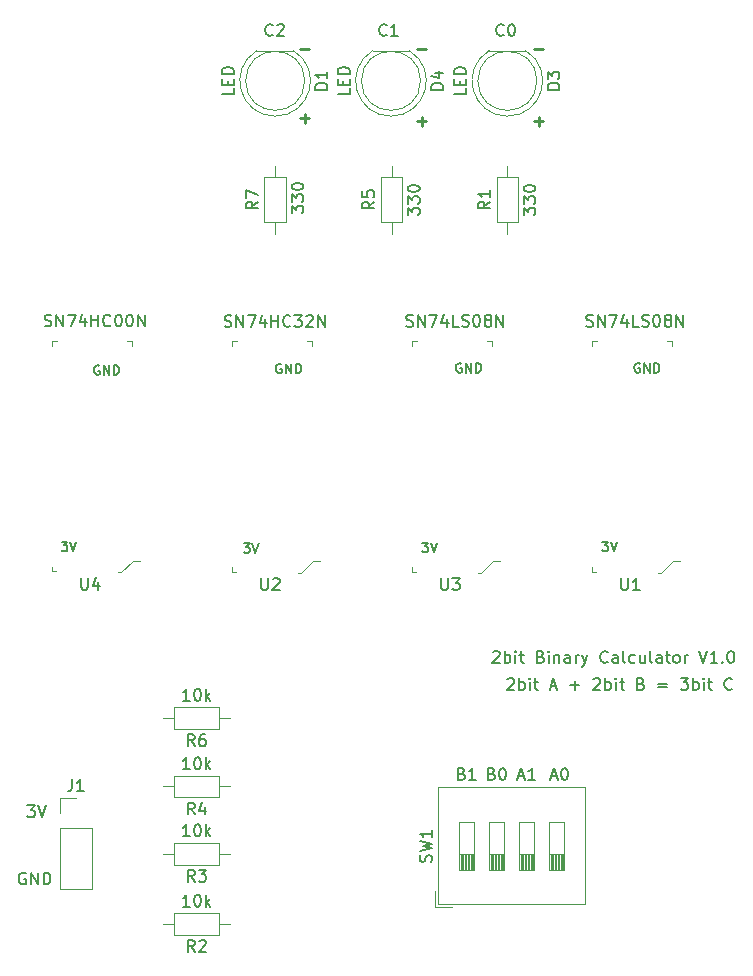
<source format=gto>
%TF.GenerationSoftware,KiCad,Pcbnew,(6.0.2)*%
%TF.CreationDate,2022-11-27T18:43:32-05:00*%
%TF.ProjectId,ECE436_Project,45434534-3336-45f5-9072-6f6a6563742e,rev?*%
%TF.SameCoordinates,Original*%
%TF.FileFunction,Legend,Top*%
%TF.FilePolarity,Positive*%
%FSLAX46Y46*%
G04 Gerber Fmt 4.6, Leading zero omitted, Abs format (unit mm)*
G04 Created by KiCad (PCBNEW (6.0.2)) date 2022-11-27 18:43:32*
%MOMM*%
%LPD*%
G01*
G04 APERTURE LIST*
%ADD10C,0.150000*%
%ADD11C,0.250000*%
%ADD12C,0.200000*%
%ADD13C,0.100000*%
%ADD14C,0.120000*%
G04 APERTURE END LIST*
D10*
X207772095Y-149588600D02*
X207676857Y-149540980D01*
X207534000Y-149540980D01*
X207391142Y-149588600D01*
X207295904Y-149683838D01*
X207248285Y-149779076D01*
X207200666Y-149969552D01*
X207200666Y-150112409D01*
X207248285Y-150302885D01*
X207295904Y-150398123D01*
X207391142Y-150493361D01*
X207534000Y-150540980D01*
X207629238Y-150540980D01*
X207772095Y-150493361D01*
X207819714Y-150445742D01*
X207819714Y-150112409D01*
X207629238Y-150112409D01*
X208248285Y-150540980D02*
X208248285Y-149540980D01*
X208819714Y-150540980D01*
X208819714Y-149540980D01*
X209295904Y-150540980D02*
X209295904Y-149540980D01*
X209534000Y-149540980D01*
X209676857Y-149588600D01*
X209772095Y-149683838D01*
X209819714Y-149779076D01*
X209867333Y-149969552D01*
X209867333Y-150112409D01*
X209819714Y-150302885D01*
X209772095Y-150398123D01*
X209676857Y-150493361D01*
X209534000Y-150540980D01*
X209295904Y-150540980D01*
X207924495Y-143851380D02*
X208543542Y-143851380D01*
X208210209Y-144232333D01*
X208353066Y-144232333D01*
X208448304Y-144279952D01*
X208495923Y-144327571D01*
X208543542Y-144422809D01*
X208543542Y-144660904D01*
X208495923Y-144756142D01*
X208448304Y-144803761D01*
X208353066Y-144851380D01*
X208067352Y-144851380D01*
X207972114Y-144803761D01*
X207924495Y-144756142D01*
X208829257Y-143851380D02*
X209162590Y-144851380D01*
X209495923Y-143851380D01*
X248564000Y-133151619D02*
X248611619Y-133104000D01*
X248706857Y-133056380D01*
X248944952Y-133056380D01*
X249040190Y-133104000D01*
X249087809Y-133151619D01*
X249135428Y-133246857D01*
X249135428Y-133342095D01*
X249087809Y-133484952D01*
X248516380Y-134056380D01*
X249135428Y-134056380D01*
X249564000Y-134056380D02*
X249564000Y-133056380D01*
X249564000Y-133437333D02*
X249659238Y-133389714D01*
X249849714Y-133389714D01*
X249944952Y-133437333D01*
X249992571Y-133484952D01*
X250040190Y-133580190D01*
X250040190Y-133865904D01*
X249992571Y-133961142D01*
X249944952Y-134008761D01*
X249849714Y-134056380D01*
X249659238Y-134056380D01*
X249564000Y-134008761D01*
X250468761Y-134056380D02*
X250468761Y-133389714D01*
X250468761Y-133056380D02*
X250421142Y-133104000D01*
X250468761Y-133151619D01*
X250516380Y-133104000D01*
X250468761Y-133056380D01*
X250468761Y-133151619D01*
X250802095Y-133389714D02*
X251183047Y-133389714D01*
X250944952Y-133056380D02*
X250944952Y-133913523D01*
X250992571Y-134008761D01*
X251087809Y-134056380D01*
X251183047Y-134056380D01*
X252230666Y-133770666D02*
X252706857Y-133770666D01*
X252135428Y-134056380D02*
X252468761Y-133056380D01*
X252802095Y-134056380D01*
X253897333Y-133675428D02*
X254659238Y-133675428D01*
X254278285Y-134056380D02*
X254278285Y-133294476D01*
X255849714Y-133151619D02*
X255897333Y-133104000D01*
X255992571Y-133056380D01*
X256230666Y-133056380D01*
X256325904Y-133104000D01*
X256373523Y-133151619D01*
X256421142Y-133246857D01*
X256421142Y-133342095D01*
X256373523Y-133484952D01*
X255802095Y-134056380D01*
X256421142Y-134056380D01*
X256849714Y-134056380D02*
X256849714Y-133056380D01*
X256849714Y-133437333D02*
X256944952Y-133389714D01*
X257135428Y-133389714D01*
X257230666Y-133437333D01*
X257278285Y-133484952D01*
X257325904Y-133580190D01*
X257325904Y-133865904D01*
X257278285Y-133961142D01*
X257230666Y-134008761D01*
X257135428Y-134056380D01*
X256944952Y-134056380D01*
X256849714Y-134008761D01*
X257754476Y-134056380D02*
X257754476Y-133389714D01*
X257754476Y-133056380D02*
X257706857Y-133104000D01*
X257754476Y-133151619D01*
X257802095Y-133104000D01*
X257754476Y-133056380D01*
X257754476Y-133151619D01*
X258087809Y-133389714D02*
X258468761Y-133389714D01*
X258230666Y-133056380D02*
X258230666Y-133913523D01*
X258278285Y-134008761D01*
X258373523Y-134056380D01*
X258468761Y-134056380D01*
X259897333Y-133532571D02*
X260040190Y-133580190D01*
X260087809Y-133627809D01*
X260135428Y-133723047D01*
X260135428Y-133865904D01*
X260087809Y-133961142D01*
X260040190Y-134008761D01*
X259944952Y-134056380D01*
X259564000Y-134056380D01*
X259564000Y-133056380D01*
X259897333Y-133056380D01*
X259992571Y-133104000D01*
X260040190Y-133151619D01*
X260087809Y-133246857D01*
X260087809Y-133342095D01*
X260040190Y-133437333D01*
X259992571Y-133484952D01*
X259897333Y-133532571D01*
X259564000Y-133532571D01*
X261325904Y-133532571D02*
X262087809Y-133532571D01*
X262087809Y-133818285D02*
X261325904Y-133818285D01*
X263230666Y-133056380D02*
X263849714Y-133056380D01*
X263516380Y-133437333D01*
X263659238Y-133437333D01*
X263754476Y-133484952D01*
X263802095Y-133532571D01*
X263849714Y-133627809D01*
X263849714Y-133865904D01*
X263802095Y-133961142D01*
X263754476Y-134008761D01*
X263659238Y-134056380D01*
X263373523Y-134056380D01*
X263278285Y-134008761D01*
X263230666Y-133961142D01*
X264278285Y-134056380D02*
X264278285Y-133056380D01*
X264278285Y-133437333D02*
X264373523Y-133389714D01*
X264564000Y-133389714D01*
X264659238Y-133437333D01*
X264706857Y-133484952D01*
X264754476Y-133580190D01*
X264754476Y-133865904D01*
X264706857Y-133961142D01*
X264659238Y-134008761D01*
X264564000Y-134056380D01*
X264373523Y-134056380D01*
X264278285Y-134008761D01*
X265183047Y-134056380D02*
X265183047Y-133389714D01*
X265183047Y-133056380D02*
X265135428Y-133104000D01*
X265183047Y-133151619D01*
X265230666Y-133104000D01*
X265183047Y-133056380D01*
X265183047Y-133151619D01*
X265516380Y-133389714D02*
X265897333Y-133389714D01*
X265659238Y-133056380D02*
X265659238Y-133913523D01*
X265706857Y-134008761D01*
X265802095Y-134056380D01*
X265897333Y-134056380D01*
X267564000Y-133961142D02*
X267516380Y-134008761D01*
X267373523Y-134056380D01*
X267278285Y-134056380D01*
X267135428Y-134008761D01*
X267040190Y-133913523D01*
X266992571Y-133818285D01*
X266944952Y-133627809D01*
X266944952Y-133484952D01*
X266992571Y-133294476D01*
X267040190Y-133199238D01*
X267135428Y-133104000D01*
X267278285Y-133056380D01*
X267373523Y-133056380D01*
X267516380Y-133104000D01*
X267564000Y-133151619D01*
X247341714Y-130865619D02*
X247389333Y-130818000D01*
X247484571Y-130770380D01*
X247722666Y-130770380D01*
X247817904Y-130818000D01*
X247865523Y-130865619D01*
X247913142Y-130960857D01*
X247913142Y-131056095D01*
X247865523Y-131198952D01*
X247294095Y-131770380D01*
X247913142Y-131770380D01*
X248341714Y-131770380D02*
X248341714Y-130770380D01*
X248341714Y-131151333D02*
X248436952Y-131103714D01*
X248627428Y-131103714D01*
X248722666Y-131151333D01*
X248770285Y-131198952D01*
X248817904Y-131294190D01*
X248817904Y-131579904D01*
X248770285Y-131675142D01*
X248722666Y-131722761D01*
X248627428Y-131770380D01*
X248436952Y-131770380D01*
X248341714Y-131722761D01*
X249246476Y-131770380D02*
X249246476Y-131103714D01*
X249246476Y-130770380D02*
X249198857Y-130818000D01*
X249246476Y-130865619D01*
X249294095Y-130818000D01*
X249246476Y-130770380D01*
X249246476Y-130865619D01*
X249579809Y-131103714D02*
X249960761Y-131103714D01*
X249722666Y-130770380D02*
X249722666Y-131627523D01*
X249770285Y-131722761D01*
X249865523Y-131770380D01*
X249960761Y-131770380D01*
X251389333Y-131246571D02*
X251532190Y-131294190D01*
X251579809Y-131341809D01*
X251627428Y-131437047D01*
X251627428Y-131579904D01*
X251579809Y-131675142D01*
X251532190Y-131722761D01*
X251436952Y-131770380D01*
X251056000Y-131770380D01*
X251056000Y-130770380D01*
X251389333Y-130770380D01*
X251484571Y-130818000D01*
X251532190Y-130865619D01*
X251579809Y-130960857D01*
X251579809Y-131056095D01*
X251532190Y-131151333D01*
X251484571Y-131198952D01*
X251389333Y-131246571D01*
X251056000Y-131246571D01*
X252056000Y-131770380D02*
X252056000Y-131103714D01*
X252056000Y-130770380D02*
X252008380Y-130818000D01*
X252056000Y-130865619D01*
X252103619Y-130818000D01*
X252056000Y-130770380D01*
X252056000Y-130865619D01*
X252532190Y-131103714D02*
X252532190Y-131770380D01*
X252532190Y-131198952D02*
X252579809Y-131151333D01*
X252675047Y-131103714D01*
X252817904Y-131103714D01*
X252913142Y-131151333D01*
X252960761Y-131246571D01*
X252960761Y-131770380D01*
X253865523Y-131770380D02*
X253865523Y-131246571D01*
X253817904Y-131151333D01*
X253722666Y-131103714D01*
X253532190Y-131103714D01*
X253436952Y-131151333D01*
X253865523Y-131722761D02*
X253770285Y-131770380D01*
X253532190Y-131770380D01*
X253436952Y-131722761D01*
X253389333Y-131627523D01*
X253389333Y-131532285D01*
X253436952Y-131437047D01*
X253532190Y-131389428D01*
X253770285Y-131389428D01*
X253865523Y-131341809D01*
X254341714Y-131770380D02*
X254341714Y-131103714D01*
X254341714Y-131294190D02*
X254389333Y-131198952D01*
X254436952Y-131151333D01*
X254532190Y-131103714D01*
X254627428Y-131103714D01*
X254865523Y-131103714D02*
X255103619Y-131770380D01*
X255341714Y-131103714D02*
X255103619Y-131770380D01*
X255008380Y-132008476D01*
X254960761Y-132056095D01*
X254865523Y-132103714D01*
X257056000Y-131675142D02*
X257008380Y-131722761D01*
X256865523Y-131770380D01*
X256770285Y-131770380D01*
X256627428Y-131722761D01*
X256532190Y-131627523D01*
X256484571Y-131532285D01*
X256436952Y-131341809D01*
X256436952Y-131198952D01*
X256484571Y-131008476D01*
X256532190Y-130913238D01*
X256627428Y-130818000D01*
X256770285Y-130770380D01*
X256865523Y-130770380D01*
X257008380Y-130818000D01*
X257056000Y-130865619D01*
X257913142Y-131770380D02*
X257913142Y-131246571D01*
X257865523Y-131151333D01*
X257770285Y-131103714D01*
X257579809Y-131103714D01*
X257484571Y-131151333D01*
X257913142Y-131722761D02*
X257817904Y-131770380D01*
X257579809Y-131770380D01*
X257484571Y-131722761D01*
X257436952Y-131627523D01*
X257436952Y-131532285D01*
X257484571Y-131437047D01*
X257579809Y-131389428D01*
X257817904Y-131389428D01*
X257913142Y-131341809D01*
X258532190Y-131770380D02*
X258436952Y-131722761D01*
X258389333Y-131627523D01*
X258389333Y-130770380D01*
X259341714Y-131722761D02*
X259246476Y-131770380D01*
X259056000Y-131770380D01*
X258960761Y-131722761D01*
X258913142Y-131675142D01*
X258865523Y-131579904D01*
X258865523Y-131294190D01*
X258913142Y-131198952D01*
X258960761Y-131151333D01*
X259056000Y-131103714D01*
X259246476Y-131103714D01*
X259341714Y-131151333D01*
X260198857Y-131103714D02*
X260198857Y-131770380D01*
X259770285Y-131103714D02*
X259770285Y-131627523D01*
X259817904Y-131722761D01*
X259913142Y-131770380D01*
X260056000Y-131770380D01*
X260151238Y-131722761D01*
X260198857Y-131675142D01*
X260817904Y-131770380D02*
X260722666Y-131722761D01*
X260675047Y-131627523D01*
X260675047Y-130770380D01*
X261627428Y-131770380D02*
X261627428Y-131246571D01*
X261579809Y-131151333D01*
X261484571Y-131103714D01*
X261294095Y-131103714D01*
X261198857Y-131151333D01*
X261627428Y-131722761D02*
X261532190Y-131770380D01*
X261294095Y-131770380D01*
X261198857Y-131722761D01*
X261151238Y-131627523D01*
X261151238Y-131532285D01*
X261198857Y-131437047D01*
X261294095Y-131389428D01*
X261532190Y-131389428D01*
X261627428Y-131341809D01*
X261960761Y-131103714D02*
X262341714Y-131103714D01*
X262103619Y-130770380D02*
X262103619Y-131627523D01*
X262151238Y-131722761D01*
X262246476Y-131770380D01*
X262341714Y-131770380D01*
X262817904Y-131770380D02*
X262722666Y-131722761D01*
X262675047Y-131675142D01*
X262627428Y-131579904D01*
X262627428Y-131294190D01*
X262675047Y-131198952D01*
X262722666Y-131151333D01*
X262817904Y-131103714D01*
X262960761Y-131103714D01*
X263056000Y-131151333D01*
X263103619Y-131198952D01*
X263151238Y-131294190D01*
X263151238Y-131579904D01*
X263103619Y-131675142D01*
X263056000Y-131722761D01*
X262960761Y-131770380D01*
X262817904Y-131770380D01*
X263579809Y-131770380D02*
X263579809Y-131103714D01*
X263579809Y-131294190D02*
X263627428Y-131198952D01*
X263675047Y-131151333D01*
X263770285Y-131103714D01*
X263865523Y-131103714D01*
X264817904Y-130770380D02*
X265151238Y-131770380D01*
X265484571Y-130770380D01*
X266341714Y-131770380D02*
X265770285Y-131770380D01*
X266056000Y-131770380D02*
X266056000Y-130770380D01*
X265960761Y-130913238D01*
X265865523Y-131008476D01*
X265770285Y-131056095D01*
X266770285Y-131675142D02*
X266817904Y-131722761D01*
X266770285Y-131770380D01*
X266722666Y-131722761D01*
X266770285Y-131675142D01*
X266770285Y-131770380D01*
X267436952Y-130770380D02*
X267532190Y-130770380D01*
X267627428Y-130818000D01*
X267675047Y-130865619D01*
X267722666Y-130960857D01*
X267770285Y-131151333D01*
X267770285Y-131389428D01*
X267722666Y-131579904D01*
X267675047Y-131675142D01*
X267627428Y-131722761D01*
X267532190Y-131770380D01*
X267436952Y-131770380D01*
X267341714Y-131722761D01*
X267294095Y-131675142D01*
X267246476Y-131579904D01*
X267198857Y-131389428D01*
X267198857Y-131151333D01*
X267246476Y-130960857D01*
X267294095Y-130865619D01*
X267341714Y-130818000D01*
X267436952Y-130770380D01*
X248245333Y-78589142D02*
X248197714Y-78636761D01*
X248054857Y-78684380D01*
X247959619Y-78684380D01*
X247816761Y-78636761D01*
X247721523Y-78541523D01*
X247673904Y-78446285D01*
X247626285Y-78255809D01*
X247626285Y-78112952D01*
X247673904Y-77922476D01*
X247721523Y-77827238D01*
X247816761Y-77732000D01*
X247959619Y-77684380D01*
X248054857Y-77684380D01*
X248197714Y-77732000D01*
X248245333Y-77779619D01*
X248864380Y-77684380D02*
X248959619Y-77684380D01*
X249054857Y-77732000D01*
X249102476Y-77779619D01*
X249150095Y-77874857D01*
X249197714Y-78065333D01*
X249197714Y-78303428D01*
X249150095Y-78493904D01*
X249102476Y-78589142D01*
X249054857Y-78636761D01*
X248959619Y-78684380D01*
X248864380Y-78684380D01*
X248769142Y-78636761D01*
X248721523Y-78589142D01*
X248673904Y-78493904D01*
X248626285Y-78303428D01*
X248626285Y-78065333D01*
X248673904Y-77874857D01*
X248721523Y-77779619D01*
X248769142Y-77732000D01*
X248864380Y-77684380D01*
X238339333Y-78589142D02*
X238291714Y-78636761D01*
X238148857Y-78684380D01*
X238053619Y-78684380D01*
X237910761Y-78636761D01*
X237815523Y-78541523D01*
X237767904Y-78446285D01*
X237720285Y-78255809D01*
X237720285Y-78112952D01*
X237767904Y-77922476D01*
X237815523Y-77827238D01*
X237910761Y-77732000D01*
X238053619Y-77684380D01*
X238148857Y-77684380D01*
X238291714Y-77732000D01*
X238339333Y-77779619D01*
X239291714Y-78684380D02*
X238720285Y-78684380D01*
X239006000Y-78684380D02*
X239006000Y-77684380D01*
X238910761Y-77827238D01*
X238815523Y-77922476D01*
X238720285Y-77970095D01*
X228687333Y-78589142D02*
X228639714Y-78636761D01*
X228496857Y-78684380D01*
X228401619Y-78684380D01*
X228258761Y-78636761D01*
X228163523Y-78541523D01*
X228115904Y-78446285D01*
X228068285Y-78255809D01*
X228068285Y-78112952D01*
X228115904Y-77922476D01*
X228163523Y-77827238D01*
X228258761Y-77732000D01*
X228401619Y-77684380D01*
X228496857Y-77684380D01*
X228639714Y-77732000D01*
X228687333Y-77779619D01*
X229068285Y-77779619D02*
X229115904Y-77732000D01*
X229211142Y-77684380D01*
X229449238Y-77684380D01*
X229544476Y-77732000D01*
X229592095Y-77779619D01*
X229639714Y-77874857D01*
X229639714Y-77970095D01*
X229592095Y-78112952D01*
X229020666Y-78684380D01*
X229639714Y-78684380D01*
X244705238Y-141152571D02*
X244848095Y-141200190D01*
X244895714Y-141247809D01*
X244943333Y-141343047D01*
X244943333Y-141485904D01*
X244895714Y-141581142D01*
X244848095Y-141628761D01*
X244752857Y-141676380D01*
X244371904Y-141676380D01*
X244371904Y-140676380D01*
X244705238Y-140676380D01*
X244800476Y-140724000D01*
X244848095Y-140771619D01*
X244895714Y-140866857D01*
X244895714Y-140962095D01*
X244848095Y-141057333D01*
X244800476Y-141104952D01*
X244705238Y-141152571D01*
X244371904Y-141152571D01*
X245895714Y-141676380D02*
X245324285Y-141676380D01*
X245610000Y-141676380D02*
X245610000Y-140676380D01*
X245514761Y-140819238D01*
X245419523Y-140914476D01*
X245324285Y-140962095D01*
X247245238Y-141152571D02*
X247388095Y-141200190D01*
X247435714Y-141247809D01*
X247483333Y-141343047D01*
X247483333Y-141485904D01*
X247435714Y-141581142D01*
X247388095Y-141628761D01*
X247292857Y-141676380D01*
X246911904Y-141676380D01*
X246911904Y-140676380D01*
X247245238Y-140676380D01*
X247340476Y-140724000D01*
X247388095Y-140771619D01*
X247435714Y-140866857D01*
X247435714Y-140962095D01*
X247388095Y-141057333D01*
X247340476Y-141104952D01*
X247245238Y-141152571D01*
X246911904Y-141152571D01*
X248102380Y-140676380D02*
X248197619Y-140676380D01*
X248292857Y-140724000D01*
X248340476Y-140771619D01*
X248388095Y-140866857D01*
X248435714Y-141057333D01*
X248435714Y-141295428D01*
X248388095Y-141485904D01*
X248340476Y-141581142D01*
X248292857Y-141628761D01*
X248197619Y-141676380D01*
X248102380Y-141676380D01*
X248007142Y-141628761D01*
X247959523Y-141581142D01*
X247911904Y-141485904D01*
X247864285Y-141295428D01*
X247864285Y-141057333D01*
X247911904Y-140866857D01*
X247959523Y-140771619D01*
X248007142Y-140724000D01*
X248102380Y-140676380D01*
X249475714Y-141390666D02*
X249951904Y-141390666D01*
X249380476Y-141676380D02*
X249713809Y-140676380D01*
X250047142Y-141676380D01*
X250904285Y-141676380D02*
X250332857Y-141676380D01*
X250618571Y-141676380D02*
X250618571Y-140676380D01*
X250523333Y-140819238D01*
X250428095Y-140914476D01*
X250332857Y-140962095D01*
X252269714Y-141390666D02*
X252745904Y-141390666D01*
X252174476Y-141676380D02*
X252507809Y-140676380D01*
X252841142Y-141676380D01*
X253364952Y-140676380D02*
X253460190Y-140676380D01*
X253555428Y-140724000D01*
X253603047Y-140771619D01*
X253650666Y-140866857D01*
X253698285Y-141057333D01*
X253698285Y-141295428D01*
X253650666Y-141485904D01*
X253603047Y-141581142D01*
X253555428Y-141628761D01*
X253460190Y-141676380D01*
X253364952Y-141676380D01*
X253269714Y-141628761D01*
X253222095Y-141581142D01*
X253174476Y-141485904D01*
X253126857Y-141295428D01*
X253126857Y-141057333D01*
X253174476Y-140866857D01*
X253222095Y-140771619D01*
X253269714Y-140724000D01*
X253364952Y-140676380D01*
D11*
X251586952Y-79827428D02*
X250825047Y-79827428D01*
X241680952Y-79827428D02*
X240919047Y-79827428D01*
X231774952Y-79827428D02*
X231013047Y-79827428D01*
X251586952Y-85923428D02*
X250825047Y-85923428D01*
X251206000Y-86304380D02*
X251206000Y-85542476D01*
X241680952Y-85923428D02*
X240919047Y-85923428D01*
X241300000Y-86304380D02*
X241300000Y-85542476D01*
X231774952Y-85669428D02*
X231013047Y-85669428D01*
X231394000Y-86050380D02*
X231394000Y-85288476D01*
D12*
X259765876Y-106432400D02*
X259689685Y-106394304D01*
X259575400Y-106394304D01*
X259461114Y-106432400D01*
X259384923Y-106508590D01*
X259346828Y-106584780D01*
X259308733Y-106737161D01*
X259308733Y-106851447D01*
X259346828Y-107003828D01*
X259384923Y-107080019D01*
X259461114Y-107156209D01*
X259575400Y-107194304D01*
X259651590Y-107194304D01*
X259765876Y-107156209D01*
X259803971Y-107118114D01*
X259803971Y-106851447D01*
X259651590Y-106851447D01*
X260146828Y-107194304D02*
X260146828Y-106394304D01*
X260603971Y-107194304D01*
X260603971Y-106394304D01*
X260984923Y-107194304D02*
X260984923Y-106394304D01*
X261175400Y-106394304D01*
X261289685Y-106432400D01*
X261365876Y-106508590D01*
X261403971Y-106584780D01*
X261442066Y-106737161D01*
X261442066Y-106851447D01*
X261403971Y-107003828D01*
X261365876Y-107080019D01*
X261289685Y-107156209D01*
X261175400Y-107194304D01*
X260984923Y-107194304D01*
X244652876Y-106432400D02*
X244576685Y-106394304D01*
X244462400Y-106394304D01*
X244348114Y-106432400D01*
X244271923Y-106508590D01*
X244233828Y-106584780D01*
X244195733Y-106737161D01*
X244195733Y-106851447D01*
X244233828Y-107003828D01*
X244271923Y-107080019D01*
X244348114Y-107156209D01*
X244462400Y-107194304D01*
X244538590Y-107194304D01*
X244652876Y-107156209D01*
X244690971Y-107118114D01*
X244690971Y-106851447D01*
X244538590Y-106851447D01*
X245033828Y-107194304D02*
X245033828Y-106394304D01*
X245490971Y-107194304D01*
X245490971Y-106394304D01*
X245871923Y-107194304D02*
X245871923Y-106394304D01*
X246062400Y-106394304D01*
X246176685Y-106432400D01*
X246252876Y-106508590D01*
X246290971Y-106584780D01*
X246329066Y-106737161D01*
X246329066Y-106851447D01*
X246290971Y-107003828D01*
X246252876Y-107080019D01*
X246176685Y-107156209D01*
X246062400Y-107194304D01*
X245871923Y-107194304D01*
X229412876Y-106483200D02*
X229336685Y-106445104D01*
X229222400Y-106445104D01*
X229108114Y-106483200D01*
X229031923Y-106559390D01*
X228993828Y-106635580D01*
X228955733Y-106787961D01*
X228955733Y-106902247D01*
X228993828Y-107054628D01*
X229031923Y-107130819D01*
X229108114Y-107207009D01*
X229222400Y-107245104D01*
X229298590Y-107245104D01*
X229412876Y-107207009D01*
X229450971Y-107168914D01*
X229450971Y-106902247D01*
X229298590Y-106902247D01*
X229793828Y-107245104D02*
X229793828Y-106445104D01*
X230250971Y-107245104D01*
X230250971Y-106445104D01*
X230631923Y-107245104D02*
X230631923Y-106445104D01*
X230822400Y-106445104D01*
X230936685Y-106483200D01*
X231012876Y-106559390D01*
X231050971Y-106635580D01*
X231089066Y-106787961D01*
X231089066Y-106902247D01*
X231050971Y-107054628D01*
X231012876Y-107130819D01*
X230936685Y-107207009D01*
X230822400Y-107245104D01*
X230631923Y-107245104D01*
X214020476Y-106610200D02*
X213944285Y-106572104D01*
X213830000Y-106572104D01*
X213715714Y-106610200D01*
X213639523Y-106686390D01*
X213601428Y-106762580D01*
X213563333Y-106914961D01*
X213563333Y-107029247D01*
X213601428Y-107181628D01*
X213639523Y-107257819D01*
X213715714Y-107334009D01*
X213830000Y-107372104D01*
X213906190Y-107372104D01*
X214020476Y-107334009D01*
X214058571Y-107295914D01*
X214058571Y-107029247D01*
X213906190Y-107029247D01*
X214401428Y-107372104D02*
X214401428Y-106572104D01*
X214858571Y-107372104D01*
X214858571Y-106572104D01*
X215239523Y-107372104D02*
X215239523Y-106572104D01*
X215430000Y-106572104D01*
X215544285Y-106610200D01*
X215620476Y-106686390D01*
X215658571Y-106762580D01*
X215696666Y-106914961D01*
X215696666Y-107029247D01*
X215658571Y-107181628D01*
X215620476Y-107257819D01*
X215544285Y-107334009D01*
X215430000Y-107372104D01*
X215239523Y-107372104D01*
X256590876Y-121507304D02*
X257086114Y-121507304D01*
X256819447Y-121812066D01*
X256933733Y-121812066D01*
X257009923Y-121850161D01*
X257048019Y-121888257D01*
X257086114Y-121964447D01*
X257086114Y-122154923D01*
X257048019Y-122231114D01*
X257009923Y-122269209D01*
X256933733Y-122307304D01*
X256705161Y-122307304D01*
X256628971Y-122269209D01*
X256590876Y-122231114D01*
X257314685Y-121507304D02*
X257581352Y-122307304D01*
X257848019Y-121507304D01*
X241376276Y-121608904D02*
X241871514Y-121608904D01*
X241604847Y-121913666D01*
X241719133Y-121913666D01*
X241795323Y-121951761D01*
X241833419Y-121989857D01*
X241871514Y-122066047D01*
X241871514Y-122256523D01*
X241833419Y-122332714D01*
X241795323Y-122370809D01*
X241719133Y-122408904D01*
X241490561Y-122408904D01*
X241414371Y-122370809D01*
X241376276Y-122332714D01*
X242100085Y-121608904D02*
X242366752Y-122408904D01*
X242633419Y-121608904D01*
X226237876Y-121634304D02*
X226733114Y-121634304D01*
X226466447Y-121939066D01*
X226580733Y-121939066D01*
X226656923Y-121977161D01*
X226695019Y-122015257D01*
X226733114Y-122091447D01*
X226733114Y-122281923D01*
X226695019Y-122358114D01*
X226656923Y-122396209D01*
X226580733Y-122434304D01*
X226352161Y-122434304D01*
X226275971Y-122396209D01*
X226237876Y-122358114D01*
X226961685Y-121634304D02*
X227228352Y-122434304D01*
X227495019Y-121634304D01*
X210820076Y-121532704D02*
X211315314Y-121532704D01*
X211048647Y-121837466D01*
X211162933Y-121837466D01*
X211239123Y-121875561D01*
X211277219Y-121913657D01*
X211315314Y-121989847D01*
X211315314Y-122180323D01*
X211277219Y-122256514D01*
X211239123Y-122294609D01*
X211162933Y-122332704D01*
X210934361Y-122332704D01*
X210858171Y-122294609D01*
X210820076Y-122256514D01*
X211543885Y-121532704D02*
X211810552Y-122332704D01*
X212077219Y-121532704D01*
D10*
%TO.C,U1*%
X258188095Y-124602380D02*
X258188095Y-125411904D01*
X258235714Y-125507142D01*
X258283333Y-125554761D01*
X258378571Y-125602380D01*
X258569047Y-125602380D01*
X258664285Y-125554761D01*
X258711904Y-125507142D01*
X258759523Y-125411904D01*
X258759523Y-124602380D01*
X259759523Y-125602380D02*
X259188095Y-125602380D01*
X259473809Y-125602380D02*
X259473809Y-124602380D01*
X259378571Y-124745238D01*
X259283333Y-124840476D01*
X259188095Y-124888095D01*
X255250952Y-103264761D02*
X255393809Y-103312380D01*
X255631904Y-103312380D01*
X255727142Y-103264761D01*
X255774761Y-103217142D01*
X255822380Y-103121904D01*
X255822380Y-103026666D01*
X255774761Y-102931428D01*
X255727142Y-102883809D01*
X255631904Y-102836190D01*
X255441428Y-102788571D01*
X255346190Y-102740952D01*
X255298571Y-102693333D01*
X255250952Y-102598095D01*
X255250952Y-102502857D01*
X255298571Y-102407619D01*
X255346190Y-102360000D01*
X255441428Y-102312380D01*
X255679523Y-102312380D01*
X255822380Y-102360000D01*
X256250952Y-103312380D02*
X256250952Y-102312380D01*
X256822380Y-103312380D01*
X256822380Y-102312380D01*
X257203333Y-102312380D02*
X257870000Y-102312380D01*
X257441428Y-103312380D01*
X258679523Y-102645714D02*
X258679523Y-103312380D01*
X258441428Y-102264761D02*
X258203333Y-102979047D01*
X258822380Y-102979047D01*
X259679523Y-103312380D02*
X259203333Y-103312380D01*
X259203333Y-102312380D01*
X259965238Y-103264761D02*
X260108095Y-103312380D01*
X260346190Y-103312380D01*
X260441428Y-103264761D01*
X260489047Y-103217142D01*
X260536666Y-103121904D01*
X260536666Y-103026666D01*
X260489047Y-102931428D01*
X260441428Y-102883809D01*
X260346190Y-102836190D01*
X260155714Y-102788571D01*
X260060476Y-102740952D01*
X260012857Y-102693333D01*
X259965238Y-102598095D01*
X259965238Y-102502857D01*
X260012857Y-102407619D01*
X260060476Y-102360000D01*
X260155714Y-102312380D01*
X260393809Y-102312380D01*
X260536666Y-102360000D01*
X261155714Y-102312380D02*
X261250952Y-102312380D01*
X261346190Y-102360000D01*
X261393809Y-102407619D01*
X261441428Y-102502857D01*
X261489047Y-102693333D01*
X261489047Y-102931428D01*
X261441428Y-103121904D01*
X261393809Y-103217142D01*
X261346190Y-103264761D01*
X261250952Y-103312380D01*
X261155714Y-103312380D01*
X261060476Y-103264761D01*
X261012857Y-103217142D01*
X260965238Y-103121904D01*
X260917619Y-102931428D01*
X260917619Y-102693333D01*
X260965238Y-102502857D01*
X261012857Y-102407619D01*
X261060476Y-102360000D01*
X261155714Y-102312380D01*
X262060476Y-102740952D02*
X261965238Y-102693333D01*
X261917619Y-102645714D01*
X261870000Y-102550476D01*
X261870000Y-102502857D01*
X261917619Y-102407619D01*
X261965238Y-102360000D01*
X262060476Y-102312380D01*
X262250952Y-102312380D01*
X262346190Y-102360000D01*
X262393809Y-102407619D01*
X262441428Y-102502857D01*
X262441428Y-102550476D01*
X262393809Y-102645714D01*
X262346190Y-102693333D01*
X262250952Y-102740952D01*
X262060476Y-102740952D01*
X261965238Y-102788571D01*
X261917619Y-102836190D01*
X261870000Y-102931428D01*
X261870000Y-103121904D01*
X261917619Y-103217142D01*
X261965238Y-103264761D01*
X262060476Y-103312380D01*
X262250952Y-103312380D01*
X262346190Y-103264761D01*
X262393809Y-103217142D01*
X262441428Y-103121904D01*
X262441428Y-102931428D01*
X262393809Y-102836190D01*
X262346190Y-102788571D01*
X262250952Y-102740952D01*
X262870000Y-103312380D02*
X262870000Y-102312380D01*
X263441428Y-103312380D01*
X263441428Y-102312380D01*
%TO.C,U2*%
X227708095Y-124602380D02*
X227708095Y-125411904D01*
X227755714Y-125507142D01*
X227803333Y-125554761D01*
X227898571Y-125602380D01*
X228089047Y-125602380D01*
X228184285Y-125554761D01*
X228231904Y-125507142D01*
X228279523Y-125411904D01*
X228279523Y-124602380D01*
X228708095Y-124697619D02*
X228755714Y-124650000D01*
X228850952Y-124602380D01*
X229089047Y-124602380D01*
X229184285Y-124650000D01*
X229231904Y-124697619D01*
X229279523Y-124792857D01*
X229279523Y-124888095D01*
X229231904Y-125030952D01*
X228660476Y-125602380D01*
X229279523Y-125602380D01*
X224628095Y-103294761D02*
X224770952Y-103342380D01*
X225009047Y-103342380D01*
X225104285Y-103294761D01*
X225151904Y-103247142D01*
X225199523Y-103151904D01*
X225199523Y-103056666D01*
X225151904Y-102961428D01*
X225104285Y-102913809D01*
X225009047Y-102866190D01*
X224818571Y-102818571D01*
X224723333Y-102770952D01*
X224675714Y-102723333D01*
X224628095Y-102628095D01*
X224628095Y-102532857D01*
X224675714Y-102437619D01*
X224723333Y-102390000D01*
X224818571Y-102342380D01*
X225056666Y-102342380D01*
X225199523Y-102390000D01*
X225628095Y-103342380D02*
X225628095Y-102342380D01*
X226199523Y-103342380D01*
X226199523Y-102342380D01*
X226580476Y-102342380D02*
X227247142Y-102342380D01*
X226818571Y-103342380D01*
X228056666Y-102675714D02*
X228056666Y-103342380D01*
X227818571Y-102294761D02*
X227580476Y-103009047D01*
X228199523Y-103009047D01*
X228580476Y-103342380D02*
X228580476Y-102342380D01*
X228580476Y-102818571D02*
X229151904Y-102818571D01*
X229151904Y-103342380D02*
X229151904Y-102342380D01*
X230199523Y-103247142D02*
X230151904Y-103294761D01*
X230009047Y-103342380D01*
X229913809Y-103342380D01*
X229770952Y-103294761D01*
X229675714Y-103199523D01*
X229628095Y-103104285D01*
X229580476Y-102913809D01*
X229580476Y-102770952D01*
X229628095Y-102580476D01*
X229675714Y-102485238D01*
X229770952Y-102390000D01*
X229913809Y-102342380D01*
X230009047Y-102342380D01*
X230151904Y-102390000D01*
X230199523Y-102437619D01*
X230532857Y-102342380D02*
X231151904Y-102342380D01*
X230818571Y-102723333D01*
X230961428Y-102723333D01*
X231056666Y-102770952D01*
X231104285Y-102818571D01*
X231151904Y-102913809D01*
X231151904Y-103151904D01*
X231104285Y-103247142D01*
X231056666Y-103294761D01*
X230961428Y-103342380D01*
X230675714Y-103342380D01*
X230580476Y-103294761D01*
X230532857Y-103247142D01*
X231532857Y-102437619D02*
X231580476Y-102390000D01*
X231675714Y-102342380D01*
X231913809Y-102342380D01*
X232009047Y-102390000D01*
X232056666Y-102437619D01*
X232104285Y-102532857D01*
X232104285Y-102628095D01*
X232056666Y-102770952D01*
X231485238Y-103342380D01*
X232104285Y-103342380D01*
X232532857Y-103342380D02*
X232532857Y-102342380D01*
X233104285Y-103342380D01*
X233104285Y-102342380D01*
%TO.C,U4*%
X212468095Y-124572380D02*
X212468095Y-125381904D01*
X212515714Y-125477142D01*
X212563333Y-125524761D01*
X212658571Y-125572380D01*
X212849047Y-125572380D01*
X212944285Y-125524761D01*
X212991904Y-125477142D01*
X213039523Y-125381904D01*
X213039523Y-124572380D01*
X213944285Y-124905714D02*
X213944285Y-125572380D01*
X213706190Y-124524761D02*
X213468095Y-125239047D01*
X214087142Y-125239047D01*
X209388095Y-103234761D02*
X209530952Y-103282380D01*
X209769047Y-103282380D01*
X209864285Y-103234761D01*
X209911904Y-103187142D01*
X209959523Y-103091904D01*
X209959523Y-102996666D01*
X209911904Y-102901428D01*
X209864285Y-102853809D01*
X209769047Y-102806190D01*
X209578571Y-102758571D01*
X209483333Y-102710952D01*
X209435714Y-102663333D01*
X209388095Y-102568095D01*
X209388095Y-102472857D01*
X209435714Y-102377619D01*
X209483333Y-102330000D01*
X209578571Y-102282380D01*
X209816666Y-102282380D01*
X209959523Y-102330000D01*
X210388095Y-103282380D02*
X210388095Y-102282380D01*
X210959523Y-103282380D01*
X210959523Y-102282380D01*
X211340476Y-102282380D02*
X212007142Y-102282380D01*
X211578571Y-103282380D01*
X212816666Y-102615714D02*
X212816666Y-103282380D01*
X212578571Y-102234761D02*
X212340476Y-102949047D01*
X212959523Y-102949047D01*
X213340476Y-103282380D02*
X213340476Y-102282380D01*
X213340476Y-102758571D02*
X213911904Y-102758571D01*
X213911904Y-103282380D02*
X213911904Y-102282380D01*
X214959523Y-103187142D02*
X214911904Y-103234761D01*
X214769047Y-103282380D01*
X214673809Y-103282380D01*
X214530952Y-103234761D01*
X214435714Y-103139523D01*
X214388095Y-103044285D01*
X214340476Y-102853809D01*
X214340476Y-102710952D01*
X214388095Y-102520476D01*
X214435714Y-102425238D01*
X214530952Y-102330000D01*
X214673809Y-102282380D01*
X214769047Y-102282380D01*
X214911904Y-102330000D01*
X214959523Y-102377619D01*
X215578571Y-102282380D02*
X215673809Y-102282380D01*
X215769047Y-102330000D01*
X215816666Y-102377619D01*
X215864285Y-102472857D01*
X215911904Y-102663333D01*
X215911904Y-102901428D01*
X215864285Y-103091904D01*
X215816666Y-103187142D01*
X215769047Y-103234761D01*
X215673809Y-103282380D01*
X215578571Y-103282380D01*
X215483333Y-103234761D01*
X215435714Y-103187142D01*
X215388095Y-103091904D01*
X215340476Y-102901428D01*
X215340476Y-102663333D01*
X215388095Y-102472857D01*
X215435714Y-102377619D01*
X215483333Y-102330000D01*
X215578571Y-102282380D01*
X216530952Y-102282380D02*
X216626190Y-102282380D01*
X216721428Y-102330000D01*
X216769047Y-102377619D01*
X216816666Y-102472857D01*
X216864285Y-102663333D01*
X216864285Y-102901428D01*
X216816666Y-103091904D01*
X216769047Y-103187142D01*
X216721428Y-103234761D01*
X216626190Y-103282380D01*
X216530952Y-103282380D01*
X216435714Y-103234761D01*
X216388095Y-103187142D01*
X216340476Y-103091904D01*
X216292857Y-102901428D01*
X216292857Y-102663333D01*
X216340476Y-102472857D01*
X216388095Y-102377619D01*
X216435714Y-102330000D01*
X216530952Y-102282380D01*
X217292857Y-103282380D02*
X217292857Y-102282380D01*
X217864285Y-103282380D01*
X217864285Y-102282380D01*
%TO.C,U3*%
X242948095Y-124602380D02*
X242948095Y-125411904D01*
X242995714Y-125507142D01*
X243043333Y-125554761D01*
X243138571Y-125602380D01*
X243329047Y-125602380D01*
X243424285Y-125554761D01*
X243471904Y-125507142D01*
X243519523Y-125411904D01*
X243519523Y-124602380D01*
X243900476Y-124602380D02*
X244519523Y-124602380D01*
X244186190Y-124983333D01*
X244329047Y-124983333D01*
X244424285Y-125030952D01*
X244471904Y-125078571D01*
X244519523Y-125173809D01*
X244519523Y-125411904D01*
X244471904Y-125507142D01*
X244424285Y-125554761D01*
X244329047Y-125602380D01*
X244043333Y-125602380D01*
X243948095Y-125554761D01*
X243900476Y-125507142D01*
X240010952Y-103264761D02*
X240153809Y-103312380D01*
X240391904Y-103312380D01*
X240487142Y-103264761D01*
X240534761Y-103217142D01*
X240582380Y-103121904D01*
X240582380Y-103026666D01*
X240534761Y-102931428D01*
X240487142Y-102883809D01*
X240391904Y-102836190D01*
X240201428Y-102788571D01*
X240106190Y-102740952D01*
X240058571Y-102693333D01*
X240010952Y-102598095D01*
X240010952Y-102502857D01*
X240058571Y-102407619D01*
X240106190Y-102360000D01*
X240201428Y-102312380D01*
X240439523Y-102312380D01*
X240582380Y-102360000D01*
X241010952Y-103312380D02*
X241010952Y-102312380D01*
X241582380Y-103312380D01*
X241582380Y-102312380D01*
X241963333Y-102312380D02*
X242630000Y-102312380D01*
X242201428Y-103312380D01*
X243439523Y-102645714D02*
X243439523Y-103312380D01*
X243201428Y-102264761D02*
X242963333Y-102979047D01*
X243582380Y-102979047D01*
X244439523Y-103312380D02*
X243963333Y-103312380D01*
X243963333Y-102312380D01*
X244725238Y-103264761D02*
X244868095Y-103312380D01*
X245106190Y-103312380D01*
X245201428Y-103264761D01*
X245249047Y-103217142D01*
X245296666Y-103121904D01*
X245296666Y-103026666D01*
X245249047Y-102931428D01*
X245201428Y-102883809D01*
X245106190Y-102836190D01*
X244915714Y-102788571D01*
X244820476Y-102740952D01*
X244772857Y-102693333D01*
X244725238Y-102598095D01*
X244725238Y-102502857D01*
X244772857Y-102407619D01*
X244820476Y-102360000D01*
X244915714Y-102312380D01*
X245153809Y-102312380D01*
X245296666Y-102360000D01*
X245915714Y-102312380D02*
X246010952Y-102312380D01*
X246106190Y-102360000D01*
X246153809Y-102407619D01*
X246201428Y-102502857D01*
X246249047Y-102693333D01*
X246249047Y-102931428D01*
X246201428Y-103121904D01*
X246153809Y-103217142D01*
X246106190Y-103264761D01*
X246010952Y-103312380D01*
X245915714Y-103312380D01*
X245820476Y-103264761D01*
X245772857Y-103217142D01*
X245725238Y-103121904D01*
X245677619Y-102931428D01*
X245677619Y-102693333D01*
X245725238Y-102502857D01*
X245772857Y-102407619D01*
X245820476Y-102360000D01*
X245915714Y-102312380D01*
X246820476Y-102740952D02*
X246725238Y-102693333D01*
X246677619Y-102645714D01*
X246630000Y-102550476D01*
X246630000Y-102502857D01*
X246677619Y-102407619D01*
X246725238Y-102360000D01*
X246820476Y-102312380D01*
X247010952Y-102312380D01*
X247106190Y-102360000D01*
X247153809Y-102407619D01*
X247201428Y-102502857D01*
X247201428Y-102550476D01*
X247153809Y-102645714D01*
X247106190Y-102693333D01*
X247010952Y-102740952D01*
X246820476Y-102740952D01*
X246725238Y-102788571D01*
X246677619Y-102836190D01*
X246630000Y-102931428D01*
X246630000Y-103121904D01*
X246677619Y-103217142D01*
X246725238Y-103264761D01*
X246820476Y-103312380D01*
X247010952Y-103312380D01*
X247106190Y-103264761D01*
X247153809Y-103217142D01*
X247201428Y-103121904D01*
X247201428Y-102931428D01*
X247153809Y-102836190D01*
X247106190Y-102788571D01*
X247010952Y-102740952D01*
X247630000Y-103312380D02*
X247630000Y-102312380D01*
X248201428Y-103312380D01*
X248201428Y-102312380D01*
%TO.C,SW1*%
X242104761Y-148610833D02*
X242152380Y-148467976D01*
X242152380Y-148229880D01*
X242104761Y-148134642D01*
X242057142Y-148087023D01*
X241961904Y-148039404D01*
X241866666Y-148039404D01*
X241771428Y-148087023D01*
X241723809Y-148134642D01*
X241676190Y-148229880D01*
X241628571Y-148420357D01*
X241580952Y-148515595D01*
X241533333Y-148563214D01*
X241438095Y-148610833D01*
X241342857Y-148610833D01*
X241247619Y-148563214D01*
X241200000Y-148515595D01*
X241152380Y-148420357D01*
X241152380Y-148182261D01*
X241200000Y-148039404D01*
X241152380Y-147706071D02*
X242152380Y-147467976D01*
X241438095Y-147277500D01*
X242152380Y-147087023D01*
X241152380Y-146848928D01*
X242152380Y-145944166D02*
X242152380Y-146515595D01*
X242152380Y-146229880D02*
X241152380Y-146229880D01*
X241295238Y-146325119D01*
X241390476Y-146420357D01*
X241438095Y-146515595D01*
%TO.C,R7*%
X227437180Y-92729266D02*
X226960990Y-93062600D01*
X227437180Y-93300695D02*
X226437180Y-93300695D01*
X226437180Y-92919742D01*
X226484800Y-92824504D01*
X226532419Y-92776885D01*
X226627657Y-92729266D01*
X226770514Y-92729266D01*
X226865752Y-92776885D01*
X226913371Y-92824504D01*
X226960990Y-92919742D01*
X226960990Y-93300695D01*
X226437180Y-92395933D02*
X226437180Y-91729266D01*
X227437180Y-92157838D01*
X230287580Y-93690914D02*
X230287580Y-93071866D01*
X230668533Y-93405200D01*
X230668533Y-93262342D01*
X230716152Y-93167104D01*
X230763771Y-93119485D01*
X230859009Y-93071866D01*
X231097104Y-93071866D01*
X231192342Y-93119485D01*
X231239961Y-93167104D01*
X231287580Y-93262342D01*
X231287580Y-93548057D01*
X231239961Y-93643295D01*
X231192342Y-93690914D01*
X230287580Y-92738533D02*
X230287580Y-92119485D01*
X230668533Y-92452819D01*
X230668533Y-92309961D01*
X230716152Y-92214723D01*
X230763771Y-92167104D01*
X230859009Y-92119485D01*
X231097104Y-92119485D01*
X231192342Y-92167104D01*
X231239961Y-92214723D01*
X231287580Y-92309961D01*
X231287580Y-92595676D01*
X231239961Y-92690914D01*
X231192342Y-92738533D01*
X230287580Y-91500438D02*
X230287580Y-91405200D01*
X230335200Y-91309961D01*
X230382819Y-91262342D01*
X230478057Y-91214723D01*
X230668533Y-91167104D01*
X230906628Y-91167104D01*
X231097104Y-91214723D01*
X231192342Y-91262342D01*
X231239961Y-91309961D01*
X231287580Y-91405200D01*
X231287580Y-91500438D01*
X231239961Y-91595676D01*
X231192342Y-91643295D01*
X231097104Y-91690914D01*
X230906628Y-91738533D01*
X230668533Y-91738533D01*
X230478057Y-91690914D01*
X230382819Y-91643295D01*
X230335200Y-91595676D01*
X230287580Y-91500438D01*
%TO.C,R6*%
X222083333Y-138821180D02*
X221750000Y-138344990D01*
X221511904Y-138821180D02*
X221511904Y-137821180D01*
X221892857Y-137821180D01*
X221988095Y-137868800D01*
X222035714Y-137916419D01*
X222083333Y-138011657D01*
X222083333Y-138154514D01*
X222035714Y-138249752D01*
X221988095Y-138297371D01*
X221892857Y-138344990D01*
X221511904Y-138344990D01*
X222940476Y-137821180D02*
X222750000Y-137821180D01*
X222654761Y-137868800D01*
X222607142Y-137916419D01*
X222511904Y-138059276D01*
X222464285Y-138249752D01*
X222464285Y-138630704D01*
X222511904Y-138725942D01*
X222559523Y-138773561D01*
X222654761Y-138821180D01*
X222845238Y-138821180D01*
X222940476Y-138773561D01*
X222988095Y-138725942D01*
X223035714Y-138630704D01*
X223035714Y-138392609D01*
X222988095Y-138297371D01*
X222940476Y-138249752D01*
X222845238Y-138202133D01*
X222654761Y-138202133D01*
X222559523Y-138249752D01*
X222511904Y-138297371D01*
X222464285Y-138392609D01*
X221654761Y-134981180D02*
X221083333Y-134981180D01*
X221369047Y-134981180D02*
X221369047Y-133981180D01*
X221273809Y-134124038D01*
X221178571Y-134219276D01*
X221083333Y-134266895D01*
X222273809Y-133981180D02*
X222369047Y-133981180D01*
X222464285Y-134028800D01*
X222511904Y-134076419D01*
X222559523Y-134171657D01*
X222607142Y-134362133D01*
X222607142Y-134600228D01*
X222559523Y-134790704D01*
X222511904Y-134885942D01*
X222464285Y-134933561D01*
X222369047Y-134981180D01*
X222273809Y-134981180D01*
X222178571Y-134933561D01*
X222130952Y-134885942D01*
X222083333Y-134790704D01*
X222035714Y-134600228D01*
X222035714Y-134362133D01*
X222083333Y-134171657D01*
X222130952Y-134076419D01*
X222178571Y-134028800D01*
X222273809Y-133981180D01*
X223035714Y-134981180D02*
X223035714Y-133981180D01*
X223130952Y-134600228D02*
X223416666Y-134981180D01*
X223416666Y-134314514D02*
X223035714Y-134695466D01*
%TO.C,R5*%
X237292380Y-92729266D02*
X236816190Y-93062600D01*
X237292380Y-93300695D02*
X236292380Y-93300695D01*
X236292380Y-92919742D01*
X236340000Y-92824504D01*
X236387619Y-92776885D01*
X236482857Y-92729266D01*
X236625714Y-92729266D01*
X236720952Y-92776885D01*
X236768571Y-92824504D01*
X236816190Y-92919742D01*
X236816190Y-93300695D01*
X236292380Y-91824504D02*
X236292380Y-92300695D01*
X236768571Y-92348314D01*
X236720952Y-92300695D01*
X236673333Y-92205457D01*
X236673333Y-91967361D01*
X236720952Y-91872123D01*
X236768571Y-91824504D01*
X236863809Y-91776885D01*
X237101904Y-91776885D01*
X237197142Y-91824504D01*
X237244761Y-91872123D01*
X237292380Y-91967361D01*
X237292380Y-92205457D01*
X237244761Y-92300695D01*
X237197142Y-92348314D01*
X240132380Y-93848314D02*
X240132380Y-93229266D01*
X240513333Y-93562600D01*
X240513333Y-93419742D01*
X240560952Y-93324504D01*
X240608571Y-93276885D01*
X240703809Y-93229266D01*
X240941904Y-93229266D01*
X241037142Y-93276885D01*
X241084761Y-93324504D01*
X241132380Y-93419742D01*
X241132380Y-93705457D01*
X241084761Y-93800695D01*
X241037142Y-93848314D01*
X240132380Y-92895933D02*
X240132380Y-92276885D01*
X240513333Y-92610219D01*
X240513333Y-92467361D01*
X240560952Y-92372123D01*
X240608571Y-92324504D01*
X240703809Y-92276885D01*
X240941904Y-92276885D01*
X241037142Y-92324504D01*
X241084761Y-92372123D01*
X241132380Y-92467361D01*
X241132380Y-92753076D01*
X241084761Y-92848314D01*
X241037142Y-92895933D01*
X240132380Y-91657838D02*
X240132380Y-91562600D01*
X240180000Y-91467361D01*
X240227619Y-91419742D01*
X240322857Y-91372123D01*
X240513333Y-91324504D01*
X240751428Y-91324504D01*
X240941904Y-91372123D01*
X241037142Y-91419742D01*
X241084761Y-91467361D01*
X241132380Y-91562600D01*
X241132380Y-91657838D01*
X241084761Y-91753076D01*
X241037142Y-91800695D01*
X240941904Y-91848314D01*
X240751428Y-91895933D01*
X240513333Y-91895933D01*
X240322857Y-91848314D01*
X240227619Y-91800695D01*
X240180000Y-91753076D01*
X240132380Y-91657838D01*
%TO.C,R4*%
X222083333Y-144612380D02*
X221750000Y-144136190D01*
X221511904Y-144612380D02*
X221511904Y-143612380D01*
X221892857Y-143612380D01*
X221988095Y-143660000D01*
X222035714Y-143707619D01*
X222083333Y-143802857D01*
X222083333Y-143945714D01*
X222035714Y-144040952D01*
X221988095Y-144088571D01*
X221892857Y-144136190D01*
X221511904Y-144136190D01*
X222940476Y-143945714D02*
X222940476Y-144612380D01*
X222702380Y-143564761D02*
X222464285Y-144279047D01*
X223083333Y-144279047D01*
X221654761Y-140772380D02*
X221083333Y-140772380D01*
X221369047Y-140772380D02*
X221369047Y-139772380D01*
X221273809Y-139915238D01*
X221178571Y-140010476D01*
X221083333Y-140058095D01*
X222273809Y-139772380D02*
X222369047Y-139772380D01*
X222464285Y-139820000D01*
X222511904Y-139867619D01*
X222559523Y-139962857D01*
X222607142Y-140153333D01*
X222607142Y-140391428D01*
X222559523Y-140581904D01*
X222511904Y-140677142D01*
X222464285Y-140724761D01*
X222369047Y-140772380D01*
X222273809Y-140772380D01*
X222178571Y-140724761D01*
X222130952Y-140677142D01*
X222083333Y-140581904D01*
X222035714Y-140391428D01*
X222035714Y-140153333D01*
X222083333Y-139962857D01*
X222130952Y-139867619D01*
X222178571Y-139820000D01*
X222273809Y-139772380D01*
X223035714Y-140772380D02*
X223035714Y-139772380D01*
X223130952Y-140391428D02*
X223416666Y-140772380D01*
X223416666Y-140105714D02*
X223035714Y-140486666D01*
%TO.C,R3*%
X222083333Y-150301980D02*
X221750000Y-149825790D01*
X221511904Y-150301980D02*
X221511904Y-149301980D01*
X221892857Y-149301980D01*
X221988095Y-149349600D01*
X222035714Y-149397219D01*
X222083333Y-149492457D01*
X222083333Y-149635314D01*
X222035714Y-149730552D01*
X221988095Y-149778171D01*
X221892857Y-149825790D01*
X221511904Y-149825790D01*
X222416666Y-149301980D02*
X223035714Y-149301980D01*
X222702380Y-149682933D01*
X222845238Y-149682933D01*
X222940476Y-149730552D01*
X222988095Y-149778171D01*
X223035714Y-149873409D01*
X223035714Y-150111504D01*
X222988095Y-150206742D01*
X222940476Y-150254361D01*
X222845238Y-150301980D01*
X222559523Y-150301980D01*
X222464285Y-150254361D01*
X222416666Y-150206742D01*
X221654761Y-146461980D02*
X221083333Y-146461980D01*
X221369047Y-146461980D02*
X221369047Y-145461980D01*
X221273809Y-145604838D01*
X221178571Y-145700076D01*
X221083333Y-145747695D01*
X222273809Y-145461980D02*
X222369047Y-145461980D01*
X222464285Y-145509600D01*
X222511904Y-145557219D01*
X222559523Y-145652457D01*
X222607142Y-145842933D01*
X222607142Y-146081028D01*
X222559523Y-146271504D01*
X222511904Y-146366742D01*
X222464285Y-146414361D01*
X222369047Y-146461980D01*
X222273809Y-146461980D01*
X222178571Y-146414361D01*
X222130952Y-146366742D01*
X222083333Y-146271504D01*
X222035714Y-146081028D01*
X222035714Y-145842933D01*
X222083333Y-145652457D01*
X222130952Y-145557219D01*
X222178571Y-145509600D01*
X222273809Y-145461980D01*
X223035714Y-146461980D02*
X223035714Y-145461980D01*
X223130952Y-146081028D02*
X223416666Y-146461980D01*
X223416666Y-145795314D02*
X223035714Y-146176266D01*
%TO.C,R2*%
X222083333Y-156245580D02*
X221750000Y-155769390D01*
X221511904Y-156245580D02*
X221511904Y-155245580D01*
X221892857Y-155245580D01*
X221988095Y-155293200D01*
X222035714Y-155340819D01*
X222083333Y-155436057D01*
X222083333Y-155578914D01*
X222035714Y-155674152D01*
X221988095Y-155721771D01*
X221892857Y-155769390D01*
X221511904Y-155769390D01*
X222464285Y-155340819D02*
X222511904Y-155293200D01*
X222607142Y-155245580D01*
X222845238Y-155245580D01*
X222940476Y-155293200D01*
X222988095Y-155340819D01*
X223035714Y-155436057D01*
X223035714Y-155531295D01*
X222988095Y-155674152D01*
X222416666Y-156245580D01*
X223035714Y-156245580D01*
X221654761Y-152405580D02*
X221083333Y-152405580D01*
X221369047Y-152405580D02*
X221369047Y-151405580D01*
X221273809Y-151548438D01*
X221178571Y-151643676D01*
X221083333Y-151691295D01*
X222273809Y-151405580D02*
X222369047Y-151405580D01*
X222464285Y-151453200D01*
X222511904Y-151500819D01*
X222559523Y-151596057D01*
X222607142Y-151786533D01*
X222607142Y-152024628D01*
X222559523Y-152215104D01*
X222511904Y-152310342D01*
X222464285Y-152357961D01*
X222369047Y-152405580D01*
X222273809Y-152405580D01*
X222178571Y-152357961D01*
X222130952Y-152310342D01*
X222083333Y-152215104D01*
X222035714Y-152024628D01*
X222035714Y-151786533D01*
X222083333Y-151596057D01*
X222130952Y-151500819D01*
X222178571Y-151453200D01*
X222273809Y-151405580D01*
X223035714Y-152405580D02*
X223035714Y-151405580D01*
X223130952Y-152024628D02*
X223416666Y-152405580D01*
X223416666Y-151738914D02*
X223035714Y-152119866D01*
%TO.C,R1*%
X247096780Y-92729266D02*
X246620590Y-93062600D01*
X247096780Y-93300695D02*
X246096780Y-93300695D01*
X246096780Y-92919742D01*
X246144400Y-92824504D01*
X246192019Y-92776885D01*
X246287257Y-92729266D01*
X246430114Y-92729266D01*
X246525352Y-92776885D01*
X246572971Y-92824504D01*
X246620590Y-92919742D01*
X246620590Y-93300695D01*
X247096780Y-91776885D02*
X247096780Y-92348314D01*
X247096780Y-92062600D02*
X246096780Y-92062600D01*
X246239638Y-92157838D01*
X246334876Y-92253076D01*
X246382495Y-92348314D01*
X249936780Y-93848314D02*
X249936780Y-93229266D01*
X250317733Y-93562600D01*
X250317733Y-93419742D01*
X250365352Y-93324504D01*
X250412971Y-93276885D01*
X250508209Y-93229266D01*
X250746304Y-93229266D01*
X250841542Y-93276885D01*
X250889161Y-93324504D01*
X250936780Y-93419742D01*
X250936780Y-93705457D01*
X250889161Y-93800695D01*
X250841542Y-93848314D01*
X249936780Y-92895933D02*
X249936780Y-92276885D01*
X250317733Y-92610219D01*
X250317733Y-92467361D01*
X250365352Y-92372123D01*
X250412971Y-92324504D01*
X250508209Y-92276885D01*
X250746304Y-92276885D01*
X250841542Y-92324504D01*
X250889161Y-92372123D01*
X250936780Y-92467361D01*
X250936780Y-92753076D01*
X250889161Y-92848314D01*
X250841542Y-92895933D01*
X249936780Y-91657838D02*
X249936780Y-91562600D01*
X249984400Y-91467361D01*
X250032019Y-91419742D01*
X250127257Y-91372123D01*
X250317733Y-91324504D01*
X250555828Y-91324504D01*
X250746304Y-91372123D01*
X250841542Y-91419742D01*
X250889161Y-91467361D01*
X250936780Y-91562600D01*
X250936780Y-91657838D01*
X250889161Y-91753076D01*
X250841542Y-91800695D01*
X250746304Y-91848314D01*
X250555828Y-91895933D01*
X250317733Y-91895933D01*
X250127257Y-91848314D01*
X250032019Y-91800695D01*
X249984400Y-91753076D01*
X249936780Y-91657838D01*
%TO.C,J1*%
X211705866Y-141648380D02*
X211705866Y-142362666D01*
X211658247Y-142505523D01*
X211563009Y-142600761D01*
X211420152Y-142648380D01*
X211324914Y-142648380D01*
X212705866Y-142648380D02*
X212134438Y-142648380D01*
X212420152Y-142648380D02*
X212420152Y-141648380D01*
X212324914Y-141791238D01*
X212229676Y-141886476D01*
X212134438Y-141934095D01*
%TO.C,D4*%
X243121580Y-83237295D02*
X242121580Y-83237295D01*
X242121580Y-82999200D01*
X242169200Y-82856342D01*
X242264438Y-82761104D01*
X242359676Y-82713485D01*
X242550152Y-82665866D01*
X242693009Y-82665866D01*
X242883485Y-82713485D01*
X242978723Y-82761104D01*
X243073961Y-82856342D01*
X243121580Y-82999200D01*
X243121580Y-83237295D01*
X242454914Y-81808723D02*
X243121580Y-81808723D01*
X242073961Y-82046819D02*
X242788247Y-82284914D01*
X242788247Y-81665866D01*
X235201580Y-83142057D02*
X235201580Y-83618247D01*
X234201580Y-83618247D01*
X234677771Y-82808723D02*
X234677771Y-82475390D01*
X235201580Y-82332533D02*
X235201580Y-82808723D01*
X234201580Y-82808723D01*
X234201580Y-82332533D01*
X235201580Y-81903961D02*
X234201580Y-81903961D01*
X234201580Y-81665866D01*
X234249200Y-81523009D01*
X234344438Y-81427771D01*
X234439676Y-81380152D01*
X234630152Y-81332533D01*
X234773009Y-81332533D01*
X234963485Y-81380152D01*
X235058723Y-81427771D01*
X235153961Y-81523009D01*
X235201580Y-81665866D01*
X235201580Y-81903961D01*
%TO.C,D3*%
X252976780Y-83237295D02*
X251976780Y-83237295D01*
X251976780Y-82999200D01*
X252024400Y-82856342D01*
X252119638Y-82761104D01*
X252214876Y-82713485D01*
X252405352Y-82665866D01*
X252548209Y-82665866D01*
X252738685Y-82713485D01*
X252833923Y-82761104D01*
X252929161Y-82856342D01*
X252976780Y-82999200D01*
X252976780Y-83237295D01*
X251976780Y-82332533D02*
X251976780Y-81713485D01*
X252357733Y-82046819D01*
X252357733Y-81903961D01*
X252405352Y-81808723D01*
X252452971Y-81761104D01*
X252548209Y-81713485D01*
X252786304Y-81713485D01*
X252881542Y-81761104D01*
X252929161Y-81808723D01*
X252976780Y-81903961D01*
X252976780Y-82189676D01*
X252929161Y-82284914D01*
X252881542Y-82332533D01*
X245056780Y-83142057D02*
X245056780Y-83618247D01*
X244056780Y-83618247D01*
X244532971Y-82808723D02*
X244532971Y-82475390D01*
X245056780Y-82332533D02*
X245056780Y-82808723D01*
X244056780Y-82808723D01*
X244056780Y-82332533D01*
X245056780Y-81903961D02*
X244056780Y-81903961D01*
X244056780Y-81665866D01*
X244104400Y-81523009D01*
X244199638Y-81427771D01*
X244294876Y-81380152D01*
X244485352Y-81332533D01*
X244628209Y-81332533D01*
X244818685Y-81380152D01*
X244913923Y-81427771D01*
X245009161Y-81523009D01*
X245056780Y-81665866D01*
X245056780Y-81903961D01*
%TO.C,D1*%
X233317180Y-83237295D02*
X232317180Y-83237295D01*
X232317180Y-82999200D01*
X232364800Y-82856342D01*
X232460038Y-82761104D01*
X232555276Y-82713485D01*
X232745752Y-82665866D01*
X232888609Y-82665866D01*
X233079085Y-82713485D01*
X233174323Y-82761104D01*
X233269561Y-82856342D01*
X233317180Y-82999200D01*
X233317180Y-83237295D01*
X233317180Y-81713485D02*
X233317180Y-82284914D01*
X233317180Y-81999200D02*
X232317180Y-81999200D01*
X232460038Y-82094438D01*
X232555276Y-82189676D01*
X232602895Y-82284914D01*
X225397180Y-83142057D02*
X225397180Y-83618247D01*
X224397180Y-83618247D01*
X224873371Y-82808723D02*
X224873371Y-82475390D01*
X225397180Y-82332533D02*
X225397180Y-82808723D01*
X224397180Y-82808723D01*
X224397180Y-82332533D01*
X225397180Y-81903961D02*
X224397180Y-81903961D01*
X224397180Y-81665866D01*
X224444800Y-81523009D01*
X224540038Y-81427771D01*
X224635276Y-81380152D01*
X224825752Y-81332533D01*
X224968609Y-81332533D01*
X225159085Y-81380152D01*
X225254323Y-81427771D01*
X225349561Y-81523009D01*
X225397180Y-81665866D01*
X225397180Y-81903961D01*
D13*
%TO.C,U1*%
X262490000Y-104550000D02*
X262090000Y-104550000D01*
X262490000Y-104950000D02*
X262490000Y-104550000D01*
X255690000Y-104550000D02*
X255690000Y-104950000D01*
X256190000Y-104550000D02*
X255690000Y-104550000D01*
X255690000Y-124050000D02*
X256090000Y-124050000D01*
X255690000Y-123650000D02*
X255690000Y-124050000D01*
X261590000Y-124150000D02*
X262590000Y-123150000D01*
X261290000Y-124150000D02*
X261590000Y-124150000D01*
X262590000Y-123150000D02*
X262960000Y-123150000D01*
X262970000Y-123150000D02*
X263220000Y-123150000D01*
%TO.C,U2*%
X232010000Y-104550000D02*
X231610000Y-104550000D01*
X232010000Y-104950000D02*
X232010000Y-104550000D01*
X225210000Y-104550000D02*
X225210000Y-104950000D01*
X225710000Y-104550000D02*
X225210000Y-104550000D01*
X225210000Y-124050000D02*
X225610000Y-124050000D01*
X225210000Y-123650000D02*
X225210000Y-124050000D01*
X231110000Y-124150000D02*
X232110000Y-123150000D01*
X230810000Y-124150000D02*
X231110000Y-124150000D01*
X232110000Y-123150000D02*
X232480000Y-123150000D01*
X232490000Y-123150000D02*
X232740000Y-123150000D01*
%TO.C,U4*%
X216770000Y-104520000D02*
X216370000Y-104520000D01*
X216770000Y-104920000D02*
X216770000Y-104520000D01*
X209970000Y-104520000D02*
X209970000Y-104920000D01*
X210470000Y-104520000D02*
X209970000Y-104520000D01*
X209970000Y-124020000D02*
X210370000Y-124020000D01*
X209970000Y-123620000D02*
X209970000Y-124020000D01*
X215870000Y-124120000D02*
X216870000Y-123120000D01*
X215570000Y-124120000D02*
X215870000Y-124120000D01*
X216870000Y-123120000D02*
X217240000Y-123120000D01*
X217250000Y-123120000D02*
X217500000Y-123120000D01*
%TO.C,U3*%
X247250000Y-104550000D02*
X246850000Y-104550000D01*
X247250000Y-104950000D02*
X247250000Y-104550000D01*
X240450000Y-104550000D02*
X240450000Y-104950000D01*
X240950000Y-104550000D02*
X240450000Y-104550000D01*
X240450000Y-124050000D02*
X240850000Y-124050000D01*
X240450000Y-123650000D02*
X240450000Y-124050000D01*
X246350000Y-124150000D02*
X247350000Y-123150000D01*
X246050000Y-124150000D02*
X246350000Y-124150000D01*
X247350000Y-123150000D02*
X247720000Y-123150000D01*
X247730000Y-123150000D02*
X247980000Y-123150000D01*
D14*
%TO.C,SW1*%
X244605000Y-149307500D02*
X244605000Y-147954167D01*
X247985000Y-149307500D02*
X247985000Y-147954167D01*
X247025000Y-149307500D02*
X248295000Y-149307500D01*
X252225000Y-149307500D02*
X252225000Y-147954167D01*
X250285000Y-149307500D02*
X250285000Y-147954167D01*
X249565000Y-145247500D02*
X249565000Y-149307500D01*
X247145000Y-149307500D02*
X247145000Y-147954167D01*
X248225000Y-149307500D02*
X248225000Y-147954167D01*
X250165000Y-149307500D02*
X250165000Y-147954167D01*
X247025000Y-145247500D02*
X247025000Y-149307500D01*
X242700000Y-152227500D02*
X255160000Y-152227500D01*
X242460000Y-152467500D02*
X242460000Y-151083500D01*
X247865000Y-149307500D02*
X247865000Y-147954167D01*
X250405000Y-149307500D02*
X250405000Y-147954167D01*
X253065000Y-149307500D02*
X253065000Y-147954167D01*
X253185000Y-149307500D02*
X253185000Y-147954167D01*
X247505000Y-149307500D02*
X247505000Y-147954167D01*
X247025000Y-147954167D02*
X248295000Y-147954167D01*
X245445000Y-149307500D02*
X245445000Y-147954167D01*
X247385000Y-149307500D02*
X247385000Y-147954167D01*
X252465000Y-149307500D02*
X252465000Y-147954167D01*
X248105000Y-149307500D02*
X248105000Y-147954167D01*
X242700000Y-142327500D02*
X255160000Y-142327500D01*
X245755000Y-145247500D02*
X244485000Y-145247500D01*
X249565000Y-149307500D02*
X250835000Y-149307500D01*
X244725000Y-149307500D02*
X244725000Y-147954167D01*
X244485000Y-145247500D02*
X244485000Y-149307500D01*
X242700000Y-152227500D02*
X242700000Y-142327500D01*
X244845000Y-149307500D02*
X244845000Y-147954167D01*
X252105000Y-149307500D02*
X253375000Y-149307500D01*
X250765000Y-149307500D02*
X250765000Y-147954167D01*
X252105000Y-147954167D02*
X253375000Y-147954167D01*
X252105000Y-145247500D02*
X252105000Y-149307500D01*
X245205000Y-149307500D02*
X245205000Y-147954167D01*
X247745000Y-149307500D02*
X247745000Y-147954167D01*
X247265000Y-149307500D02*
X247265000Y-147954167D01*
X249925000Y-149307500D02*
X249925000Y-147954167D01*
X250645000Y-149307500D02*
X250645000Y-147954167D01*
X253375000Y-149307500D02*
X253375000Y-145247500D01*
X244485000Y-149307500D02*
X245755000Y-149307500D01*
X250045000Y-149307500D02*
X250045000Y-147954167D01*
X245685000Y-149307500D02*
X245685000Y-147954167D01*
X252945000Y-149307500D02*
X252945000Y-147954167D01*
X255160000Y-152227500D02*
X255160000Y-142327500D01*
X245565000Y-149307500D02*
X245565000Y-147954167D01*
X247625000Y-149307500D02*
X247625000Y-147954167D01*
X244485000Y-147954167D02*
X245755000Y-147954167D01*
X252585000Y-149307500D02*
X252585000Y-147954167D01*
X249685000Y-149307500D02*
X249685000Y-147954167D01*
X248295000Y-145247500D02*
X247025000Y-145247500D01*
X244965000Y-149307500D02*
X244965000Y-147954167D01*
X250835000Y-149307500D02*
X250835000Y-145247500D01*
X252345000Y-149307500D02*
X252345000Y-147954167D01*
X249805000Y-149307500D02*
X249805000Y-147954167D01*
X245085000Y-149307500D02*
X245085000Y-147954167D01*
X252825000Y-149307500D02*
X252825000Y-147954167D01*
X250835000Y-145247500D02*
X249565000Y-145247500D01*
X245325000Y-149307500D02*
X245325000Y-147954167D01*
X242460000Y-152467500D02*
X243843000Y-152467500D01*
X249565000Y-147954167D02*
X250835000Y-147954167D01*
X252705000Y-149307500D02*
X252705000Y-147954167D01*
X250525000Y-149307500D02*
X250525000Y-147954167D01*
X253375000Y-145247500D02*
X252105000Y-145247500D01*
X253305000Y-149307500D02*
X253305000Y-147954167D01*
X245755000Y-149307500D02*
X245755000Y-145247500D01*
X248295000Y-149307500D02*
X248295000Y-145247500D01*
%TO.C,R7*%
X228904800Y-95432600D02*
X228904800Y-94482600D01*
X227984800Y-94482600D02*
X229824800Y-94482600D01*
X228904800Y-89692600D02*
X228904800Y-90642600D01*
X229824800Y-94482600D02*
X229824800Y-90642600D01*
X227984800Y-90642600D02*
X227984800Y-94482600D01*
X229824800Y-90642600D02*
X227984800Y-90642600D01*
%TO.C,R6*%
X225120000Y-136448800D02*
X224170000Y-136448800D01*
X224170000Y-137368800D02*
X224170000Y-135528800D01*
X219380000Y-136448800D02*
X220330000Y-136448800D01*
X224170000Y-135528800D02*
X220330000Y-135528800D01*
X220330000Y-137368800D02*
X224170000Y-137368800D01*
X220330000Y-135528800D02*
X220330000Y-137368800D01*
%TO.C,R5*%
X239680000Y-90642600D02*
X237840000Y-90642600D01*
X237840000Y-90642600D02*
X237840000Y-94482600D01*
X239680000Y-94482600D02*
X239680000Y-90642600D01*
X238760000Y-89692600D02*
X238760000Y-90642600D01*
X237840000Y-94482600D02*
X239680000Y-94482600D01*
X238760000Y-95432600D02*
X238760000Y-94482600D01*
%TO.C,R4*%
X225120000Y-142240000D02*
X224170000Y-142240000D01*
X224170000Y-143160000D02*
X224170000Y-141320000D01*
X219380000Y-142240000D02*
X220330000Y-142240000D01*
X224170000Y-141320000D02*
X220330000Y-141320000D01*
X220330000Y-143160000D02*
X224170000Y-143160000D01*
X220330000Y-141320000D02*
X220330000Y-143160000D01*
%TO.C,R3*%
X220330000Y-147009600D02*
X220330000Y-148849600D01*
X220330000Y-148849600D02*
X224170000Y-148849600D01*
X224170000Y-147009600D02*
X220330000Y-147009600D01*
X219380000Y-147929600D02*
X220330000Y-147929600D01*
X224170000Y-148849600D02*
X224170000Y-147009600D01*
X225120000Y-147929600D02*
X224170000Y-147929600D01*
%TO.C,R2*%
X225120000Y-153873200D02*
X224170000Y-153873200D01*
X224170000Y-154793200D02*
X224170000Y-152953200D01*
X219380000Y-153873200D02*
X220330000Y-153873200D01*
X224170000Y-152953200D02*
X220330000Y-152953200D01*
X220330000Y-154793200D02*
X224170000Y-154793200D01*
X220330000Y-152953200D02*
X220330000Y-154793200D01*
%TO.C,R1*%
X249484400Y-90642600D02*
X247644400Y-90642600D01*
X247644400Y-90642600D02*
X247644400Y-94482600D01*
X249484400Y-94482600D02*
X249484400Y-90642600D01*
X248564400Y-89692600D02*
X248564400Y-90642600D01*
X247644400Y-94482600D02*
X249484400Y-94482600D01*
X248564400Y-95432600D02*
X248564400Y-94482600D01*
%TO.C,J1*%
X210709200Y-145796000D02*
X213369200Y-145796000D01*
X210709200Y-143196000D02*
X212039200Y-143196000D01*
X213369200Y-145796000D02*
X213369200Y-150936000D01*
X210709200Y-144526000D02*
X210709200Y-143196000D01*
X210709200Y-145796000D02*
X210709200Y-150936000D01*
X210709200Y-150936000D02*
X213369200Y-150936000D01*
%TO.C,D4*%
X241209200Y-82499200D02*
G75*
G03*
X241209200Y-82499200I-2500000J0D01*
G01*
X238708738Y-85489200D02*
G75*
G03*
X240254030Y-79939200I462J2990000D01*
G01*
X237164370Y-79939200D02*
G75*
G03*
X238709662Y-85489200I1544830J-2560000D01*
G01*
X240254200Y-79939200D02*
X237164200Y-79939200D01*
%TO.C,D3*%
X250109400Y-79939200D02*
X247019400Y-79939200D01*
X247019570Y-79939200D02*
G75*
G03*
X248564862Y-85489200I1544830J-2560000D01*
G01*
X248563938Y-85489200D02*
G75*
G03*
X250109230Y-79939200I462J2990000D01*
G01*
X251064400Y-82499200D02*
G75*
G03*
X251064400Y-82499200I-2500000J0D01*
G01*
%TO.C,D1*%
X231404800Y-82499200D02*
G75*
G03*
X231404800Y-82499200I-2500000J0D01*
G01*
X228904338Y-85489200D02*
G75*
G03*
X230449630Y-79939200I462J2990000D01*
G01*
X227359970Y-79939200D02*
G75*
G03*
X228905262Y-85489200I1544830J-2560000D01*
G01*
X230449800Y-79939200D02*
X227359800Y-79939200D01*
%TD*%
M02*

</source>
